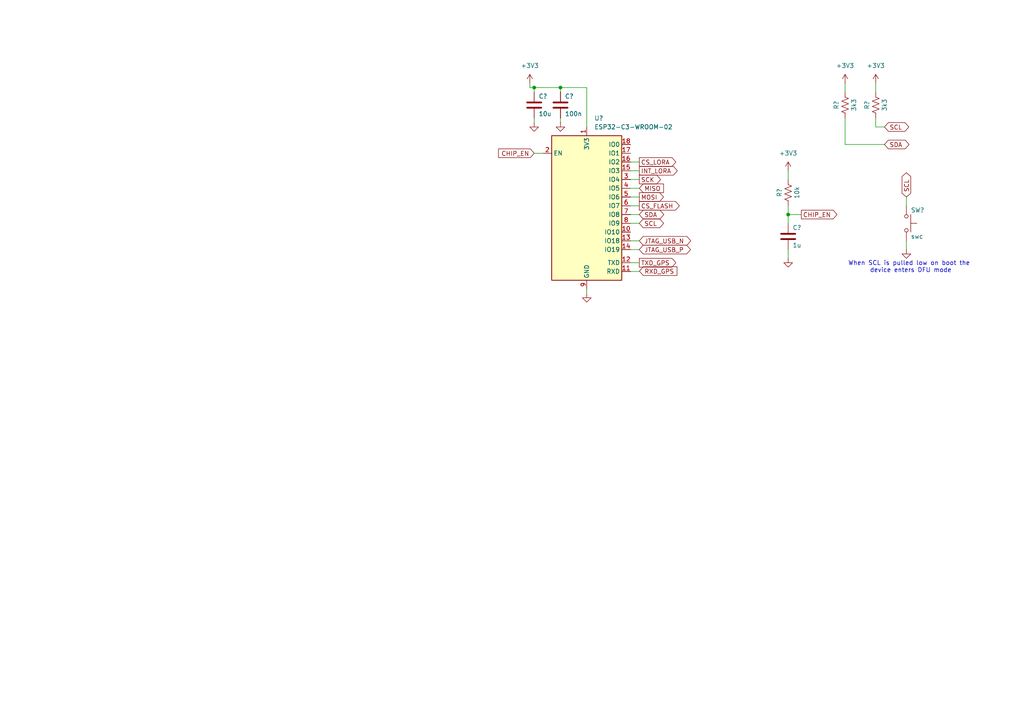
<source format=kicad_sch>
(kicad_sch (version 20231120) (generator "eeschema") (generator_version "8.0")
  (paper "A4")
  (lib_symbols
    (symbol "Device:C" (pin_numbers hide) (pin_names (offset 0.254))
      (property "Reference" "C" (at 0.635 2.54 0))
      (property "Value" "C" (at 0.635 -2.54 0))
      (symbol "C_0_1"
        (polyline (pts (xy -2.032 -0.762) (xy 2.032 -0.762)) (stroke (width 0.508)))
        (polyline (pts (xy -2.032 0.762) (xy 2.032 0.762)) (stroke (width 0.508)))
      )
      (symbol "C_1_1"
        (pin passive line (at 0 3.81 270) (length 2.794) (name "~") (number "1"))
        (pin passive line (at 0 -3.81 90) (length 2.794) (name "~") (number "2"))
      )
    )
    (symbol "Device:R_US" (pin_numbers hide) (pin_names (offset 0))
      (property "Reference" "R" (at 2.54 0 90))
      (property "Value" "R_US" (at -2.54 0 90))
      (symbol "R_US_0_1"
        (polyline (pts (xy 0 -2.286) (xy 0 -2.54)))
        (polyline (pts (xy 0 2.286) (xy 0 2.54)))
        (polyline (pts (xy 0 -0.762) (xy 1.016 -1.143) (xy 0 -1.524) (xy -1.016 -1.905) (xy 0 -2.286)))
        (polyline (pts (xy 0 0.762) (xy 1.016 0.381) (xy 0 0) (xy -1.016 -0.381) (xy 0 -0.762)))
        (polyline (pts (xy 0 2.286) (xy 1.016 1.905) (xy 0 1.524) (xy -1.016 1.143) (xy 0 0.762)))
      )
      (symbol "R_US_1_1"
        (pin passive line (at 0 3.81 270) (length 1.27) (name "~") (number "1"))
        (pin passive line (at 0 -3.81 90) (length 1.27) (name "~") (number "2"))
      )
    )
    (symbol "MCU:ESP32-C3-WROOM-02"
      (property "Reference" "U" (at -8.89 20.32 0))
      (property "Value" "ESP32-C3-WROOM-02" (at 12.7 -24.13 0))
      (symbol "ESP32-C3-WROOM-02_0_1"
        (rectangle (start -10.16 19.05) (end 10.16 -22.86) (stroke (width 0.254)) (fill (type background)))
      )
      (symbol "ESP32-C3-WROOM-02_1_1"
        (pin power_in line (at 0 21.59 270) (length 2.54) (name "3V3") (number "1"))
        (pin bidirectional line (at 12.7 -8.89 180) (length 2.54) (name "IO10") (number "10"))
        (pin input line (at 12.7 -20.32 180) (length 2.54) (name "RXD") (number "11"))
        (pin output line (at 12.7 -17.78 180) (length 2.54) (name "TXD") (number "12"))
        (pin bidirectional line (at 12.7 -11.43 180) (length 2.54) (name "IO18") (number "13"))
        (pin bidirectional line (at 12.7 -13.97 180) (length 2.54) (name "IO19") (number "14"))
        (pin bidirectional line (at 12.7 8.89 180) (length 2.54) (name "IO3") (number "15"))
        (pin bidirectional line (at 12.7 11.43 180) (length 2.54) (name "IO2") (number "16"))
        (pin bidirectional line (at 12.7 13.97 180) (length 2.54) (name "IO1") (number "17"))
        (pin bidirectional line (at 12.7 16.51 180) (length 2.54) (name "IO0") (number "18"))
        (pin power_in line (at 0 -25.4 90) (length 2.54) hide (name "GND") (number "19"))
        (pin input line (at -12.7 13.97 0) (length 2.54) (name "EN") (number "2"))
        (pin bidirectional line (at 12.7 6.35 180) (length 2.54) (name "IO4") (number "3"))
        (pin bidirectional line (at 12.7 3.81 180) (length 2.54) (name "IO5") (number "4"))
        (pin bidirectional line (at 12.7 1.27 180) (length 2.54) (name "IO6") (number "5"))
        (pin bidirectional line (at 12.7 -1.27 180) (length 2.54) (name "IO7") (number "6"))
        (pin bidirectional line (at 12.7 -3.81 180) (length 2.54) (name "IO8") (number "7"))
        (pin bidirectional line (at 12.7 -6.35 180) (length 2.54) (name "IO9") (number "8"))
        (pin power_in line (at 0 -25.4 90) (length 2.54) (name "GND") (number "9"))
      )
    )
    (symbol "Switch:SW_Push" (pin_numbers hide) (pin_names (offset 1.016) hide)
      (property "Reference" "SW" (at 1.27 2.54 0))
      (property "Value" "SW_Push" (at 0 -1.524 0))
      (symbol "SW_Push_0_1"
        (circle (center -2.032 0) (radius 0.508))
        (polyline (pts (xy 0 1.27) (xy 0 3.048)))
        (polyline (pts (xy 2.54 1.27) (xy -2.54 1.27)))
        (circle (center 2.032 0) (radius 0.508))
        (pin passive line (at -5.08 0 0) (length 2.54) (name "1") (number "1"))
        (pin passive line (at 5.08 0 180) (length 2.54) (name "2") (number "2"))
      )
    )
    (symbol "power:+3V3" (power) (pin_numbers hide) (pin_names (offset 0) hide)
      (property "Value" "+3V3" (at 0 3.556 0))
      (symbol "+3V3_0_1"
        (polyline (pts (xy -0.762 1.27) (xy 0 2.54)))
        (polyline (pts (xy 0 0) (xy 0 2.54)))
        (polyline (pts (xy 0 2.54) (xy 0.762 1.27)))
      )
      (symbol "+3V3_1_1"
        (pin power_in line (at 0 0 90) (length 0) (name "~") (number "1"))
      )
    )
    (symbol "power:GND" (power) (pin_numbers hide) (pin_names (offset 0) hide)
      (property "Value" "GND" (at 0 -3.81 0))
      (symbol "GND_0_1"
        (polyline (pts (xy 0 0) (xy 0 -1.27) (xy 1.27 -1.27) (xy 0 -2.54) (xy -1.27 -1.27) (xy 0 -1.27)))
      )
      (symbol "GND_1_1"
        (pin power_in line (at 0 0 270) (length 0) (name "~") (number "1"))
      )
    )
  )
  (junction (at 162.56 25.4))
  (junction (at 228.6 62.23))
  (junction (at 154.94 25.4))
  (wire (pts (xy 182.88 69.85) (xy 185.42 69.85)))
  (wire (pts (xy 182.88 52.07) (xy 185.42 52.07)))
  (wire (pts (xy 153.67 24.13) (xy 153.67 25.4)))
  (wire (pts (xy 256.54 36.83) (xy 254 36.83)))
  (wire (pts (xy 170.18 36.83) (xy 170.18 25.4)))
  (wire (pts (xy 182.88 59.69) (xy 185.42 59.69)))
  (wire (pts (xy 182.88 57.15) (xy 185.42 57.15)))
  (wire (pts (xy 182.88 46.99) (xy 185.42 46.99)))
  (wire (pts (xy 245.11 24.13) (xy 245.11 26.67)))
  (wire (pts (xy 182.88 76.2) (xy 185.42 76.2)))
  (wire (pts (xy 228.6 62.23) (xy 232.41 62.23)))
  (wire (pts (xy 182.88 78.74) (xy 185.42 78.74)))
  (wire (pts (xy 228.6 62.23) (xy 228.6 59.69)))
  (wire (pts (xy 254 36.83) (xy 254 34.29)))
  (wire (pts (xy 153.67 25.4) (xy 154.94 25.4)))
  (wire (pts (xy 154.94 25.4) (xy 154.94 26.67)))
  (wire (pts (xy 254 24.13) (xy 254 26.67)))
  (wire (pts (xy 154.94 44.45) (xy 157.48 44.45)))
  (wire (pts (xy 262.89 57.15) (xy 262.89 59.69)))
  (wire (pts (xy 182.88 54.61) (xy 185.42 54.61)))
  (wire (pts (xy 154.94 34.29) (xy 154.94 35.56)))
  (wire (pts (xy 182.88 49.53) (xy 185.42 49.53)))
  (wire (pts (xy 170.18 25.4) (xy 162.56 25.4)))
  (wire (pts (xy 182.88 64.77) (xy 185.42 64.77)))
  (wire (pts (xy 228.6 64.77) (xy 228.6 62.23)))
  (wire (pts (xy 154.94 25.4) (xy 162.56 25.4)))
  (wire (pts (xy 228.6 72.39) (xy 228.6 74.93)))
  (wire (pts (xy 182.88 72.39) (xy 185.42 72.39)))
  (wire (pts (xy 245.11 41.91) (xy 245.11 34.29)))
  (wire (pts (xy 256.54 41.91) (xy 245.11 41.91)))
  (wire (pts (xy 162.56 26.67) (xy 162.56 25.4)))
  (wire (pts (xy 262.89 69.85) (xy 262.89 72.39)))
  (wire (pts (xy 228.6 49.53) (xy 228.6 52.07)))
  (wire (pts (xy 182.88 62.23) (xy 185.42 62.23)))
  (wire (pts (xy 170.18 85.09) (xy 170.18 83.82)))
  (wire (pts (xy 162.56 35.56) (xy 162.56 34.29)))
  (text "When SCL is pulled low on boot the \ndevice enters DFU mode" (at 264.16 77.47 0) (effects (font (size 1.27 1.27))))
  (global_label "SCK" (shape output) (at 185.42 52.07 0) (property "Intersheetrefs" "${INTERSHEET_REFS}" (effects (hide yes))))
  (global_label "CHIP_EN" (shape input) (at 154.94 44.45 180) (property "Intersheetrefs" "${INTERSHEET_REFS}" (effects (hide yes))))
  (global_label "RXD_GPS" (shape input) (at 185.4545 78.6339 0) (property "Intersheetrefs" "${INTERSHEET_REFS}" (effects (hide yes))))
  (global_label "TXD_GPS" (shape output) (at 185.42 76.2 0) (property "Intersheetrefs" "${INTERSHEET_REFS}" (effects (hide yes))))
  (global_label "INT_LORA" (shape output) (at 185.42 49.53 0) (property "Intersheetrefs" "${INTERSHEET_REFS}" (effects (hide yes))))
  (global_label "MOSI" (shape output) (at 185.42 57.15 0) (property "Intersheetrefs" "${INTERSHEET_REFS}" (effects (hide yes))))
  (global_label "CHIP_EN" (shape output) (at 232.41 62.23 0) (property "Intersheetrefs" "${INTERSHEET_REFS}" (effects (hide yes))))
  (global_label "MISO" (shape input) (at 185.42 54.61 0) (property "Intersheetrefs" "${INTERSHEET_REFS}" (effects (hide yes))))
  (global_label "JTAG_USB_N" (shape bidirectional) (at 185.42 69.85 0) (property "Intersheetrefs" "${INTERSHEET_REFS}" (effects (hide yes))))
  (global_label "JTAG_USB_P" (shape bidirectional) (at 185.42 72.39 0) (property "Intersheetrefs" "${INTERSHEET_REFS}" (effects (hide yes))))
  (global_label "SDA" (shape bidirectional) (at 185.42 62.23 0) (property "Intersheetrefs" "${INTERSHEET_REFS}" (effects (hide yes))))
  (global_label "SCL" (shape bidirectional) (at 185.42 64.77 0) (property "Intersheetrefs" "${INTERSHEET_REFS}" (effects (hide yes))))
  (global_label "SDA" (shape bidirectional) (at 256.54 41.91 0) (property "Intersheetrefs" "${INTERSHEET_REFS}" (effects (hide yes))))
  (global_label "CS_LORA" (shape output) (at 185.42 46.99 0) (property "Intersheetrefs" "${INTERSHEET_REFS}" (effects (hide yes))))
  (global_label "SCL" (shape bidirectional) (at 262.89 57.15 90) (property "Intersheetrefs" "${INTERSHEET_REFS}" (effects (hide yes))))
  (global_label "CS_FLASH" (shape output) (at 185.42 59.69 0) (property "Intersheetrefs" "${INTERSHEET_REFS}" (effects (hide yes))))
  (global_label "SCL" (shape bidirectional) (at 256.54 36.83 0) (property "Intersheetrefs" "${INTERSHEET_REFS}" (effects (hide yes))))
  (symbol (lib_id "power:GND") (at 228.6 74.93 0) (unit 1)
    (property "Reference" "#PWR?" (effects (hide yes)))
    (property "Value" "GND" (effects (hide yes)))
    (property "Description" "Power symbol creates a global label with name \"GND\" , ground" (effects (hide yes)))
  )
  (symbol (lib_id "Device:C") (at 228.6 68.58 0) (unit 1)
    (property "Reference" "C?" (at 229.87 66.04 0) (effects (justify left)))
    (property "Value" "1u" (at 229.87 71.12 0) (effects (justify left)))
    (property "Footprint" "Capacitor_SMD:C_0201_0603Metric" (effects (hide yes)))
    (property "Description" "Unpolarized capacitor" (effects (hide yes)))
  )
  (symbol (lib_id "power:GND") (at 162.56 35.56 0) (unit 1)
    (property "Reference" "#PWR?" (effects (hide yes)))
    (property "Value" "GND" (effects (hide yes)))
    (property "Description" "Power symbol creates a global label with name \"GND\" , ground" (effects (hide yes)))
  )
  (symbol (lib_id "Device:R_US") (at 228.6 55.88 180) (unit 1)
    (property "Reference" "R?" (at 226.06 55.88 90))
    (property "Value" "10k" (at 231.14 55.88 90))
    (property "Description" "Resistor, US symbol" (effects (hide yes)))
  )
  (symbol (lib_id "power:GND") (at 262.89 72.39 0) (unit 1)
    (property "Reference" "#PWR?" (effects (hide yes)))
    (property "Value" "GND" (effects (hide yes)))
    (property "Description" "Power symbol creates a global label with name \"GND\" , ground" (effects (hide yes)))
  )
  (symbol (lib_id "power:+3V3") (at 228.6 49.53 0) (unit 1)
    (property "Reference" "#PWR?" (effects (hide yes)))
    (property "Value" "+3V3" (at 228.6 44.45 0))
    (property "Description" "Power symbol creates a global label with name \"+3V3\"" (effects (hide yes)))
  )
  (symbol (lib_id "power:+3V3") (at 153.67 24.13 0) (unit 1)
    (property "Reference" "#PWR?" (effects (hide yes)))
    (property "Value" "+3V3" (at 153.67 19.05 0))
    (property "Description" "Power symbol creates a global label with name \"+3V3\"" (effects (hide yes)))
  )
  (symbol (lib_id "Device:R_US") (at 254 30.48 180) (unit 1)
    (property "Reference" "R?" (at 251.46 30.48 90))
    (property "Value" "3k3" (at 256.54 30.48 90))
    (property "Description" "Resistor, US symbol" (effects (hide yes)))
  )
  (symbol (lib_id "power:+3V3") (at 254 24.13 0) (unit 1)
    (property "Reference" "#PWR?" (effects (hide yes)))
    (property "Value" "+3V3" (at 254 19.05 0))
    (property "Description" "Power symbol creates a global label with name \"+3V3\"" (effects (hide yes)))
  )
  (symbol (lib_id "Device:R_US") (at 245.11 30.48 180) (unit 1)
    (property "Reference" "R?" (at 242.57 30.48 90))
    (property "Value" "3k3" (at 247.65 30.48 90))
    (property "Description" "Resistor, US symbol" (effects (hide yes)))
  )
  (symbol (lib_id "power:GND") (at 154.94 35.56 0) (unit 1)
    (property "Reference" "#PWR?" (effects (hide yes)))
    (property "Value" "GND" (effects (hide yes)))
    (property "Description" "Power symbol creates a global label with name \"GND\" , ground" (effects (hide yes)))
  )
  (symbol (lib_id "Device:C") (at 162.56 30.48 0) (unit 1)
    (property "Reference" "C?" (at 163.83 27.94 0) (effects (justify left)))
    (property "Value" "100n" (at 163.83 33.02 0) (effects (justify left)))
    (property "Footprint" "Capacitor_SMD:C_0201_0603Metric" (effects (hide yes)))
    (property "Description" "Unpolarized capacitor" (effects (hide yes)))
  )
  (symbol (lib_id "power:+3V3") (at 245.11 24.13 0) (unit 1)
    (property "Reference" "#PWR?" (effects (hide yes)))
    (property "Value" "+3V3" (at 245.11 19.05 0))
    (property "Description" "Power symbol creates a global label with name \"+3V3\"" (effects (hide yes)))
  )
  (symbol (lib_id "MCU:ESP32-C3-WROOM-02") (at 170.18 58.42 0) (unit 1)
    (property "Reference" "U?" (at 172.3741 34.29 0) (effects (justify left)))
    (property "Value" "ESP32-C3-WROOM-02" (at 172.3741 36.83 0) (effects (justify left)))
    (property "Datasheet" "https://www.espressif.com/sites/default/files/documentation/esp32-c3-wroom-02_datasheet_en.pdf" (effects (hide yes)))
  )
  (symbol (lib_id "Device:C") (at 154.94 30.48 0) (unit 1)
    (property "Reference" "C?" (at 156.21 27.94 0) (effects (justify left)))
    (property "Value" "10u" (at 156.21 33.02 0) (effects (justify left)))
    (property "Footprint" "Capacitor_SMD:C_0201_0603Metric" (effects (hide yes)))
    (property "Description" "Unpolarized capacitor" (effects (hide yes)))
  )
  (symbol (lib_id "power:GND") (at 170.18 85.09 0) (unit 1)
    (property "Reference" "#PWR?" (effects (hide yes)))
    (property "Value" "GND" (effects (hide yes)))
    (property "Description" "Power symbol creates a global label with name \"GND\" , ground" (effects (hide yes)))
  )
  (symbol (lib_id "Switch:SW_Push") (at 262.89 64.77 270) (unit 1)
    (property "Reference" "SW?" (at 264.16 60.96 90) (effects (justify left)))
    (property "Value" "swc" (at 264.16 68.58 90) (effects (justify left)))
    (property "Description" "Push button switch, generic, two pins" (effects (hide yes)))
  )
)
</source>
